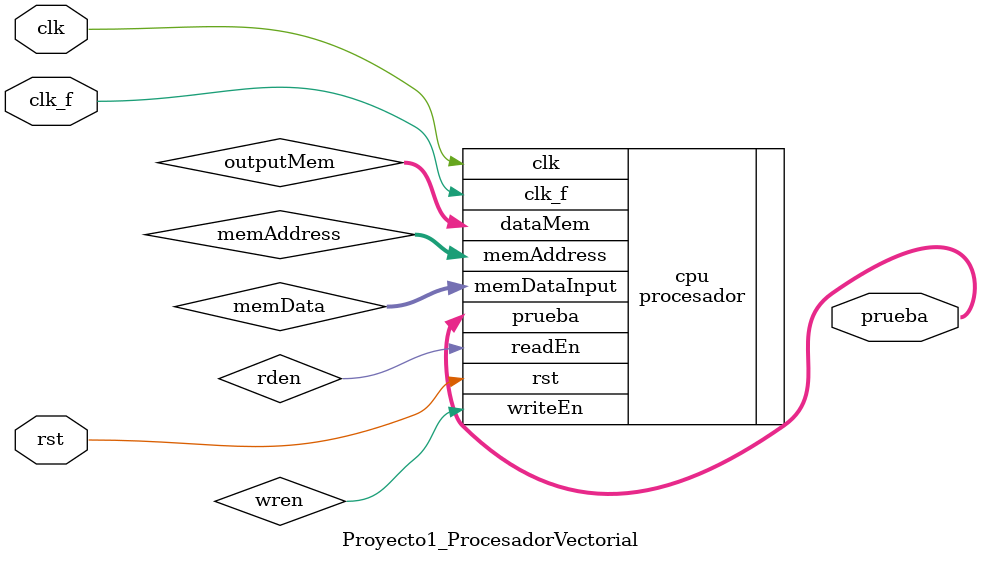
<source format=v>
`timescale 1ns / 1ps

module Proyecto1_ProcesadorVectorial(
	input rst,
	input clk,
	input clk_f,
	output [31:0] prueba
);
	
	wire [31:0] memAddress, memData, outputMem;
	wire rden, wren;


	procesador cpu(
		.rst(rst),
		.clk(clk),
		.clk_f(clk_f),
		.dataMem(outputMem),
		.prueba(prueba),
		.memAddress(memAddress),
		.memDataInput(memData),
		.readEn(rden),
		.writeEn(wren)
	);
	
//	memory mem(
//		.address(memAddress),
//		.clock(clk),
//		.data(memData),
//		.rden(rden),
//		.wren(wren),
//		.q(outputMem)
//	);
//	
	
endmodule
</source>
